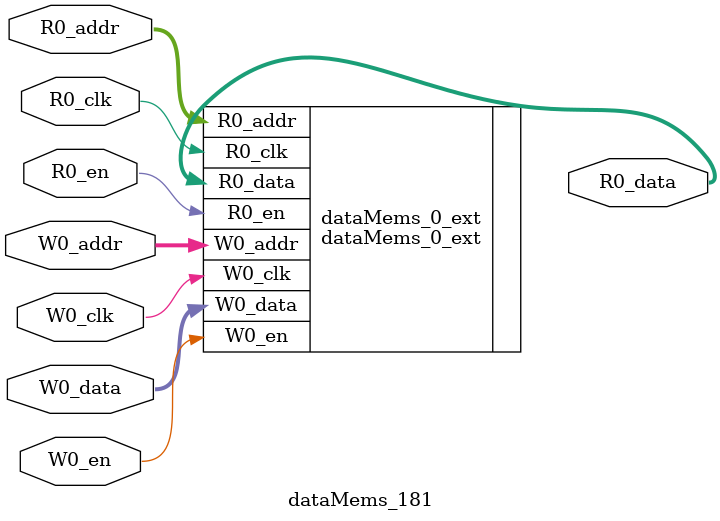
<source format=sv>
`ifndef RANDOMIZE
  `ifdef RANDOMIZE_REG_INIT
    `define RANDOMIZE
  `endif // RANDOMIZE_REG_INIT
`endif // not def RANDOMIZE
`ifndef RANDOMIZE
  `ifdef RANDOMIZE_MEM_INIT
    `define RANDOMIZE
  `endif // RANDOMIZE_MEM_INIT
`endif // not def RANDOMIZE

`ifndef RANDOM
  `define RANDOM $random
`endif // not def RANDOM

// Users can define 'PRINTF_COND' to add an extra gate to prints.
`ifndef PRINTF_COND_
  `ifdef PRINTF_COND
    `define PRINTF_COND_ (`PRINTF_COND)
  `else  // PRINTF_COND
    `define PRINTF_COND_ 1
  `endif // PRINTF_COND
`endif // not def PRINTF_COND_

// Users can define 'ASSERT_VERBOSE_COND' to add an extra gate to assert error printing.
`ifndef ASSERT_VERBOSE_COND_
  `ifdef ASSERT_VERBOSE_COND
    `define ASSERT_VERBOSE_COND_ (`ASSERT_VERBOSE_COND)
  `else  // ASSERT_VERBOSE_COND
    `define ASSERT_VERBOSE_COND_ 1
  `endif // ASSERT_VERBOSE_COND
`endif // not def ASSERT_VERBOSE_COND_

// Users can define 'STOP_COND' to add an extra gate to stop conditions.
`ifndef STOP_COND_
  `ifdef STOP_COND
    `define STOP_COND_ (`STOP_COND)
  `else  // STOP_COND
    `define STOP_COND_ 1
  `endif // STOP_COND
`endif // not def STOP_COND_

// Users can define INIT_RANDOM as general code that gets injected into the
// initializer block for modules with registers.
`ifndef INIT_RANDOM
  `define INIT_RANDOM
`endif // not def INIT_RANDOM

// If using random initialization, you can also define RANDOMIZE_DELAY to
// customize the delay used, otherwise 0.002 is used.
`ifndef RANDOMIZE_DELAY
  `define RANDOMIZE_DELAY 0.002
`endif // not def RANDOMIZE_DELAY

// Define INIT_RANDOM_PROLOG_ for use in our modules below.
`ifndef INIT_RANDOM_PROLOG_
  `ifdef RANDOMIZE
    `ifdef VERILATOR
      `define INIT_RANDOM_PROLOG_ `INIT_RANDOM
    `else  // VERILATOR
      `define INIT_RANDOM_PROLOG_ `INIT_RANDOM #`RANDOMIZE_DELAY begin end
    `endif // VERILATOR
  `else  // RANDOMIZE
    `define INIT_RANDOM_PROLOG_
  `endif // RANDOMIZE
`endif // not def INIT_RANDOM_PROLOG_

// Include register initializers in init blocks unless synthesis is set
`ifndef SYNTHESIS
  `ifndef ENABLE_INITIAL_REG_
    `define ENABLE_INITIAL_REG_
  `endif // not def ENABLE_INITIAL_REG_
`endif // not def SYNTHESIS

// Include rmemory initializers in init blocks unless synthesis is set
`ifndef SYNTHESIS
  `ifndef ENABLE_INITIAL_MEM_
    `define ENABLE_INITIAL_MEM_
  `endif // not def ENABLE_INITIAL_MEM_
`endif // not def SYNTHESIS

module dataMems_181(	// @[generators/ara/src/main/scala/UnsafeAXI4ToTL.scala:365:62]
  input  [4:0]  R0_addr,
  input         R0_en,
  input         R0_clk,
  output [66:0] R0_data,
  input  [4:0]  W0_addr,
  input         W0_en,
  input         W0_clk,
  input  [66:0] W0_data
);

  dataMems_0_ext dataMems_0_ext (	// @[generators/ara/src/main/scala/UnsafeAXI4ToTL.scala:365:62]
    .R0_addr (R0_addr),
    .R0_en   (R0_en),
    .R0_clk  (R0_clk),
    .R0_data (R0_data),
    .W0_addr (W0_addr),
    .W0_en   (W0_en),
    .W0_clk  (W0_clk),
    .W0_data (W0_data)
  );
endmodule


</source>
